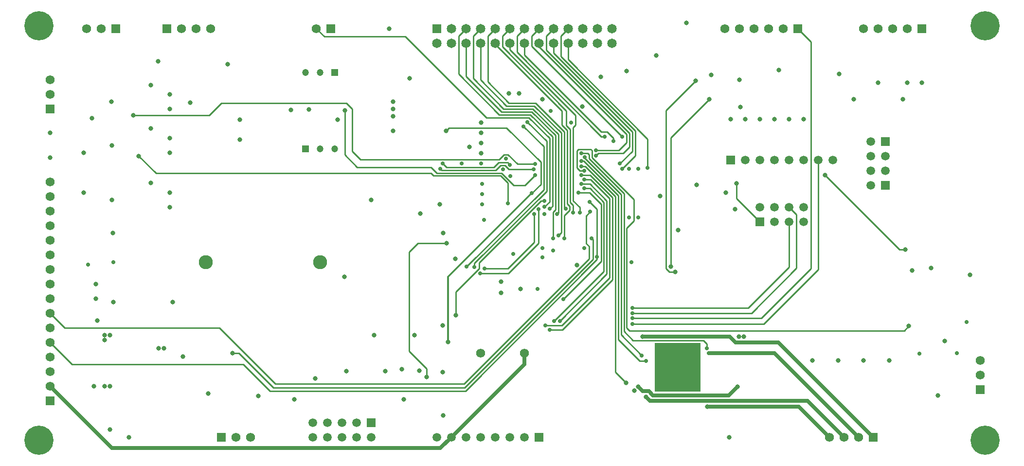
<source format=gbl>
G04 Layer_Physical_Order=4*
G04 Layer_Color=16711680*
%FSLAX25Y25*%
%MOIN*%
G70*
G01*
G75*
%ADD54C,0.01200*%
%ADD55C,0.01000*%
%ADD56C,0.02500*%
%ADD58C,0.04724*%
%ADD59R,0.04724X0.04724*%
%ADD60C,0.06496*%
%ADD61R,0.06496X0.06496*%
%ADD62C,0.09646*%
%ADD63R,0.05906X0.05906*%
%ADD64C,0.05906*%
%ADD65C,0.20000*%
%ADD66C,0.02800*%
%ADD67R,0.05906X0.05906*%
%ADD68R,0.06200X0.06200*%
%ADD69C,0.06200*%
%ADD70R,0.06200X0.06200*%
%ADD71C,0.03201*%
%ADD72C,0.03200*%
%ADD93R,0.31600X0.33200*%
G54D54*
X272740Y84792D02*
X330074Y142126D01*
X272740Y40140D02*
Y84792D01*
G54D55*
X284800Y6600D02*
X374900Y96700D01*
X284100Y8900D02*
X372000Y96800D01*
X283700Y11400D02*
X369600Y97300D01*
X150900Y6600D02*
X284800D01*
X132500Y25000D02*
X150900Y6600D01*
X153100Y8900D02*
X284100D01*
X154600Y11400D02*
X283700D01*
X585313Y47900D02*
X588457Y51043D01*
X258150Y16150D02*
Y21850D01*
X246200Y33800D02*
X258150Y21850D01*
X246200Y33800D02*
Y101800D01*
X252100Y107700D01*
X0Y60000D02*
X10000Y50000D01*
X371300Y166500D02*
X400000Y137800D01*
Y123100D02*
Y137800D01*
X395200Y118300D02*
X400000Y123100D01*
X395200Y49900D02*
Y118300D01*
X392000Y158900D02*
X401000Y167900D01*
X390500Y162500D02*
X399000Y171000D01*
X401000Y167900D02*
Y184900D01*
X399000Y171000D02*
Y184200D01*
X371300Y166500D02*
Y171400D01*
X369400Y165700D02*
X393300Y141800D01*
X369400Y165700D02*
Y168500D01*
X368400Y169500D02*
X369400Y168500D01*
X364000Y169500D02*
X368400D01*
X366500Y166100D02*
X391400Y141200D01*
X365800Y164100D02*
X389400Y140500D01*
X364000Y164100D02*
X365800D01*
X366800Y160500D02*
X387500Y139800D01*
X364000Y160500D02*
X366800D01*
X312900Y187000D02*
X336300Y163600D01*
X273500Y187000D02*
X312900D01*
X271500Y185000D02*
X273500Y187000D01*
X350000Y250000D02*
X355000Y255000D01*
X340000Y250000D02*
X345000Y255000D01*
X330000Y250000D02*
X335000Y255000D01*
Y242400D02*
Y245000D01*
Y242400D02*
X395000Y182400D01*
X330000Y243000D02*
Y250000D01*
Y243000D02*
X392000Y181000D01*
X320000Y250000D02*
X325000Y255000D01*
X300000Y218600D02*
X314600Y204000D01*
X300000Y218600D02*
Y250000D01*
X295000Y219900D02*
X312900Y202000D01*
X295000Y219900D02*
Y245000D01*
X290000Y220900D02*
X310900Y200000D01*
X290000Y220900D02*
Y250000D01*
X285000Y222300D02*
X309300Y198000D01*
X285000Y222300D02*
Y245000D01*
X280000Y223700D02*
X307700Y196000D01*
X280000Y223700D02*
Y250000D01*
X243600Y249500D02*
X299100Y194000D01*
X310000Y250000D02*
X315000Y255000D01*
X300000Y250000D02*
X305000Y255000D01*
X290000Y250000D02*
X295000Y255000D01*
X280000Y250000D02*
X285000Y255000D01*
X313700Y163100D02*
X315200Y161600D01*
X307500Y163100D02*
X313700D01*
X305500Y157900D02*
X308700Y161100D01*
X309300Y156000D02*
X317700Y147600D01*
X314300Y158500D02*
X331400D01*
X311700Y161100D02*
X314300Y158500D01*
X308700Y161100D02*
X311700D01*
X212700Y165100D02*
X307723D01*
X267300Y159000D02*
X268400Y157900D01*
X313700Y135300D02*
Y149196D01*
X268400Y157900D02*
X305500D01*
X317700Y147600D02*
X325400D01*
X207000Y170800D02*
X212700Y165100D01*
X374900Y96700D02*
Y98500D01*
X367400Y107800D02*
Y126600D01*
X370216Y129417D01*
X371100Y111300D02*
X372000Y110400D01*
X369820Y136221D02*
X374900Y131141D01*
Y98500D02*
Y131141D01*
X424400Y88200D02*
X428300D01*
X422100Y90500D02*
X424400Y88200D01*
X422100Y90500D02*
Y198900D01*
X442500Y219300D01*
X370400Y151500D02*
X383500Y138400D01*
X392700Y169400D02*
X397000Y173700D01*
X375700Y169400D02*
X392700D01*
X374000Y167700D02*
X375700Y169400D01*
X362000Y142500D02*
X369800D01*
X395000Y176800D02*
Y182400D01*
X377700Y184100D02*
X381900D01*
X386000Y178000D02*
Y180000D01*
X381900Y184100D02*
X386000Y180000D01*
X320400Y162100D02*
X332600D01*
X325400Y147600D02*
X332400Y154600D01*
X202000Y168500D02*
X210500Y160000D01*
X311223Y168600D02*
X313900D01*
X307723Y165100D02*
X311223Y168600D01*
X313900D02*
X320400Y162100D01*
X72784Y155700D02*
X261100D01*
X374000Y171500D02*
X389700D01*
X395000Y176800D01*
X366500Y166100D02*
Y166800D01*
X370400Y172300D02*
X371300Y171400D01*
X362000Y172300D02*
X370400D01*
X361000Y171300D02*
X362000Y172300D01*
X361000Y159500D02*
Y171300D01*
Y159500D02*
X363000Y157500D01*
X366000D01*
X364000Y154500D02*
X370100D01*
X366000Y151500D02*
X370400D01*
X366000Y145500D02*
X370100D01*
X364000Y148500D02*
X370000D01*
X182500Y255000D02*
X188000Y249500D01*
X243600D01*
X278000Y58600D02*
Y74600D01*
X404200Y27100D02*
X408500D01*
X369600Y97300D02*
Y105600D01*
X367400Y107800D02*
X369600Y105600D01*
X370100Y154500D02*
X385500Y139100D01*
X389400Y41900D02*
Y140500D01*
X387500Y19600D02*
Y139800D01*
X389400Y41900D02*
X404200Y27100D01*
X387500Y19600D02*
X394800Y12300D01*
X506500Y132500D02*
X511500Y127500D01*
X372000Y96800D02*
Y110400D01*
X351200Y48500D02*
X385500Y82800D01*
Y139100D01*
X349400Y54600D02*
X381600Y86800D01*
Y136900D01*
X370000Y148500D02*
X381600Y136900D01*
X351800Y69500D02*
X377700Y95400D01*
Y134600D01*
X369800Y142500D02*
X377700Y134600D01*
X345600Y54600D02*
X379600Y88600D01*
Y136000D01*
X370100Y145500D02*
X379600Y136000D01*
X342500Y48500D02*
X351200D01*
X425400Y91900D02*
Y180100D01*
X451800Y206500D01*
X506500Y91600D02*
Y122500D01*
X526500Y89900D02*
Y165000D01*
X531100Y154500D02*
X582100Y103500D01*
X586100D01*
X511500Y90700D02*
Y127500D01*
X391400Y45100D02*
X405500Y31000D01*
X391400Y45100D02*
Y141200D01*
X393300Y47400D02*
Y141800D01*
X395200Y49900D02*
X397200Y47900D01*
X521500Y90600D02*
Y246000D01*
X512500Y255000D02*
X521500Y246000D01*
X478500Y63600D02*
X506500Y91600D01*
X480800Y60000D02*
X511500Y90700D01*
X487300Y56400D02*
X521500Y90600D01*
X489200Y52600D02*
X526500Y89900D01*
X252100Y107700D02*
X271800D01*
X470500Y138500D02*
X486500Y122500D01*
X470500Y138500D02*
Y148700D01*
X399000Y63600D02*
X478500D01*
X399000Y60000D02*
X480800D01*
X399000Y56400D02*
X487300D01*
X399000Y52600D02*
X489200D01*
X397200Y47900D02*
X585313D01*
X393300Y47400D02*
X399600Y41100D01*
X447900D01*
X450000Y39000D01*
Y36000D02*
Y39000D01*
X294700Y87100D02*
X314000D01*
X297900Y90600D02*
X313800D01*
X285600Y91800D02*
X338300Y144500D01*
Y174200D01*
X324500Y188000D02*
X338300Y174200D01*
X340300Y143600D02*
Y177700D01*
X327000Y191000D02*
X340300Y177700D01*
X330074Y142126D02*
X336300Y148352D01*
Y163600D01*
X290800Y91500D02*
Y94100D01*
X340300Y143600D01*
X278000Y74600D02*
X294000Y90600D01*
Y94400D01*
X344626Y111174D02*
Y129226D01*
X346300Y130900D01*
X299100Y194000D02*
X328200D01*
X342300Y179900D01*
X307700Y196000D02*
X329200D01*
X344300Y180900D01*
Y133100D02*
Y180900D01*
X309300Y198000D02*
X330000D01*
X346300Y181700D01*
Y130900D02*
Y181700D01*
X310900Y200000D02*
X330900D01*
X312900Y202000D02*
X331800D01*
X314600Y204000D02*
X332700D01*
X330900Y200000D02*
X348400Y182500D01*
X348300Y128600D02*
Y182500D01*
X348563Y113337D02*
X350400Y115174D01*
Y183400D01*
X331800Y202000D02*
X350400Y183400D01*
X352400Y132400D02*
Y184300D01*
X332700Y204000D02*
X352400Y184300D01*
X350800Y188800D02*
X354400Y185200D01*
X353900Y188500D02*
X356400Y186000D01*
X358400Y187300D02*
X360000Y188900D01*
X354400Y134900D02*
Y185200D01*
X356400Y135900D02*
Y186000D01*
Y135900D02*
X358500Y133800D01*
Y129000D02*
Y133800D01*
X358400Y137000D02*
Y187300D01*
Y137000D02*
X363000Y132400D01*
Y129000D02*
Y132400D01*
X347500Y127800D02*
X348300Y128600D01*
X352400Y132400D02*
X353300Y131500D01*
X338800Y132700D02*
X342300Y136200D01*
Y179900D01*
X352500Y111200D02*
Y126800D01*
X356100Y130400D01*
Y133200D01*
X354400Y134900D02*
X356100Y133200D01*
X210500Y160000D02*
X261200D01*
X265200Y156000D01*
X309300D01*
X269100Y162400D02*
X271700Y159800D01*
X304200D01*
X307500Y163100D01*
X261100Y155700D02*
X262700Y154100D01*
X308796D01*
X313700Y149196D01*
X340000Y240300D02*
Y250000D01*
Y240300D02*
X397000Y183300D01*
Y173700D02*
Y183300D01*
X345000Y238200D02*
Y245000D01*
Y238200D02*
X399000Y184200D01*
X350000Y235900D02*
Y250000D01*
Y235900D02*
X401000Y184900D01*
X355000Y233800D02*
Y245000D01*
Y233800D02*
X409500Y179300D01*
Y159500D02*
Y179300D01*
X325000Y236800D02*
Y245000D01*
Y236800D02*
X377700Y184100D01*
X320000Y238700D02*
Y250000D01*
Y238700D02*
X377700Y181000D01*
X380000D01*
X315000Y240600D02*
Y245000D01*
Y240600D02*
X360000Y195600D01*
Y188900D02*
Y195600D01*
X310000Y242500D02*
Y250000D01*
Y242500D02*
X353900Y198600D01*
Y188500D02*
Y198600D01*
X350800Y188800D02*
Y198400D01*
X305000Y244200D02*
Y245000D01*
Y244200D02*
X350800Y198400D01*
X339500Y51500D02*
X350900D01*
X383500Y84100D01*
Y138400D01*
X313800Y90600D02*
X331800Y108600D01*
Y127700D01*
X314000Y87100D02*
X334700Y107800D01*
Y131100D01*
X342600Y131400D02*
X344300Y133100D01*
X294000Y94400D02*
X336600Y137000D01*
X338800D01*
X60884Y167600D02*
X72784Y155700D01*
X108976Y195476D02*
X117500Y204000D01*
X57224Y195476D02*
X108976D01*
X10000Y50000D02*
X116000D01*
X154600Y11400D01*
X129500Y32500D02*
X153100Y8900D01*
X15000Y25000D02*
X132500D01*
X0Y40000D02*
X15000Y25000D01*
X125000Y32500D02*
X129500D01*
X117500Y204000D02*
X203000D01*
X207000Y200000D01*
Y170800D02*
Y200000D01*
X202000Y168500D02*
Y199000D01*
G54D56*
X325000Y25000D02*
Y32500D01*
X275000Y-25000D02*
X325000Y25000D01*
X267500Y-32500D02*
X275000Y-25000D01*
X42500Y-32500D02*
X267500D01*
X0Y10000D02*
X42500Y-32500D01*
X451500Y32500D02*
X496500D01*
X499150Y39850D02*
X564000Y-25000D01*
X496500Y32500D02*
X554000Y-25000D01*
X406000Y44000D02*
X465700D01*
X469850Y39850D01*
X499150D01*
X408500Y2500D02*
X411200Y-200D01*
X519200D01*
X544000Y-25000D01*
X465100Y3600D02*
X471000Y9500D01*
X413200Y3600D02*
X465100D01*
X513000Y-4000D02*
X534000Y-25000D01*
X450500Y-4000D02*
X513000D01*
X403000Y9500D02*
X406100Y6400D01*
X410400D01*
X413200Y3600D01*
G54D58*
X175000Y225000D02*
D03*
X185000D02*
D03*
X195000Y172500D02*
D03*
X185000D02*
D03*
G54D59*
X195000Y225000D02*
D03*
X175000Y172500D02*
D03*
G54D60*
X385000Y255000D02*
D03*
Y245000D02*
D03*
X375000Y255000D02*
D03*
Y245000D02*
D03*
X365000Y255000D02*
D03*
Y245000D02*
D03*
X355000Y255000D02*
D03*
Y245000D02*
D03*
X345000Y255000D02*
D03*
Y245000D02*
D03*
X335000Y255000D02*
D03*
Y245000D02*
D03*
X325000Y255000D02*
D03*
Y245000D02*
D03*
X315000Y255000D02*
D03*
Y245000D02*
D03*
X305000Y255000D02*
D03*
Y245000D02*
D03*
X295000Y255000D02*
D03*
Y245000D02*
D03*
X285000Y255000D02*
D03*
Y245000D02*
D03*
X275000Y255000D02*
D03*
Y245000D02*
D03*
X265000D02*
D03*
G54D61*
Y255000D02*
D03*
G54D62*
X106653Y95000D02*
D03*
X185000D02*
D03*
G54D63*
X572500Y147500D02*
D03*
Y177500D02*
D03*
G54D64*
Y157500D02*
D03*
Y167500D02*
D03*
X562500Y147500D02*
D03*
Y157500D02*
D03*
Y167500D02*
D03*
Y177500D02*
D03*
X486500Y132500D02*
D03*
X496500Y122500D02*
D03*
Y132500D02*
D03*
X506500Y122500D02*
D03*
Y132500D02*
D03*
X516500Y122500D02*
D03*
Y132500D02*
D03*
X210000Y-15000D02*
D03*
X200000D02*
D03*
X190000D02*
D03*
X180000D02*
D03*
X220000Y-25000D02*
D03*
X210000D02*
D03*
X200000D02*
D03*
X190000D02*
D03*
X180000D02*
D03*
X265000D02*
D03*
X275000D02*
D03*
X285000D02*
D03*
X295000D02*
D03*
X305000D02*
D03*
X315000D02*
D03*
X325000D02*
D03*
X476500Y165000D02*
D03*
X486500D02*
D03*
X496500D02*
D03*
X506500D02*
D03*
X516500D02*
D03*
X526500D02*
D03*
X536500D02*
D03*
G54D65*
X-7500Y257000D02*
D03*
Y-27200D02*
D03*
X640700D02*
D03*
Y257000D02*
D03*
G54D66*
X-2000Y251500D02*
D03*
X-13000D02*
D03*
X-2000Y262500D02*
D03*
X-13000D02*
D03*
X-15500Y257000D02*
D03*
X-7500Y249000D02*
D03*
X500Y257000D02*
D03*
X-7500Y265000D02*
D03*
Y-19200D02*
D03*
X500Y-27200D02*
D03*
X-7500Y-35200D02*
D03*
X-15500Y-27200D02*
D03*
X-13000Y-21700D02*
D03*
X-2000D02*
D03*
X-13000Y-32700D02*
D03*
X-2000D02*
D03*
X640700Y-19200D02*
D03*
X648700Y-27200D02*
D03*
X640700Y-35200D02*
D03*
X632700Y-27200D02*
D03*
X635200Y-21700D02*
D03*
X646200D02*
D03*
X635200Y-32700D02*
D03*
X646200D02*
D03*
X640700Y265000D02*
D03*
X648700Y257000D02*
D03*
X640700Y249000D02*
D03*
X632700Y257000D02*
D03*
X635200Y262500D02*
D03*
X646200D02*
D03*
X635200Y251500D02*
D03*
X646200D02*
D03*
X26193Y93307D02*
D03*
X595847Y32346D02*
D03*
X621457Y32543D02*
D03*
X403150Y125550D02*
D03*
X396850Y125550D02*
D03*
X403150Y158950D02*
D03*
X396850Y158950D02*
D03*
X374000Y167700D02*
D03*
X366500Y166800D02*
D03*
X366000Y157500D02*
D03*
X310600Y158400D02*
D03*
X315200Y161600D02*
D03*
X282100Y162500D02*
D03*
X269100Y162400D02*
D03*
X267300Y159000D02*
D03*
X370216Y129417D02*
D03*
X371100Y111300D02*
D03*
X369820Y136221D02*
D03*
X331800Y127700D02*
D03*
X338800Y137000D02*
D03*
X363000Y129000D02*
D03*
X334700Y131100D02*
D03*
X331400Y158500D02*
D03*
X450000Y36000D02*
D03*
X451500Y32500D02*
D03*
X357000Y190500D02*
D03*
X392000Y181000D02*
D03*
X390500Y162500D02*
D03*
X392000Y158900D02*
D03*
X409500Y159500D02*
D03*
X380000Y181000D02*
D03*
X386000Y178000D02*
D03*
X343000Y198500D02*
D03*
X332600Y162100D02*
D03*
X352500Y111200D02*
D03*
X348563Y113337D02*
D03*
X344626Y111174D02*
D03*
X317500Y100500D02*
D03*
X296000Y148500D02*
D03*
Y141500D02*
D03*
Y134500D02*
D03*
X297500Y124000D02*
D03*
X334000Y76500D02*
D03*
X366150Y104650D02*
D03*
X337500Y98350D02*
D03*
X295500Y162500D02*
D03*
X315563Y153937D02*
D03*
X312500Y166000D02*
D03*
X313700Y135300D02*
D03*
X332400Y154600D02*
D03*
X337350Y104650D02*
D03*
X344701Y102799D02*
D03*
X342600Y131400D02*
D03*
X374000Y171500D02*
D03*
X364000Y164100D02*
D03*
Y169500D02*
D03*
Y160500D02*
D03*
X347500Y127800D02*
D03*
X358500Y129000D02*
D03*
X327000Y191000D02*
D03*
X324500Y188000D02*
D03*
X338720Y127720D02*
D03*
X364000Y148500D02*
D03*
X366000Y145500D02*
D03*
Y151500D02*
D03*
X364000Y154500D02*
D03*
X351800Y69500D02*
D03*
X338800Y132700D02*
D03*
X362000Y142500D02*
D03*
X285600Y91800D02*
D03*
X294700Y87100D02*
D03*
X290800Y91500D02*
D03*
X297900Y90600D02*
D03*
X405500Y31000D02*
D03*
X408500Y27100D02*
D03*
X398500Y95000D02*
D03*
X399000Y63600D02*
D03*
X374900Y98500D02*
D03*
X342500Y48500D02*
D03*
X349400Y54600D02*
D03*
X339500Y51500D02*
D03*
X345600Y54600D02*
D03*
X399000Y60000D02*
D03*
Y56400D02*
D03*
Y52600D02*
D03*
X330074Y142126D02*
D03*
X353300Y131500D02*
D03*
X628260Y53740D02*
D03*
X43500Y95000D02*
D03*
G54D67*
X486500Y122500D02*
D03*
X220000Y-15000D02*
D03*
X335000Y-25000D02*
D03*
X466500Y165000D02*
D03*
G54D68*
X0Y200000D02*
D03*
Y0D02*
D03*
X637500Y7500D02*
D03*
G54D69*
X0Y210000D02*
D03*
Y220000D02*
D03*
X35000Y255000D02*
D03*
X25000D02*
D03*
X0Y50000D02*
D03*
Y20000D02*
D03*
Y10000D02*
D03*
Y30000D02*
D03*
Y40000D02*
D03*
Y90000D02*
D03*
Y80000D02*
D03*
Y60000D02*
D03*
Y70000D02*
D03*
Y100000D02*
D03*
Y140000D02*
D03*
Y130000D02*
D03*
Y110000D02*
D03*
Y120000D02*
D03*
Y150000D02*
D03*
X127500Y-25000D02*
D03*
X137500D02*
D03*
X110000Y255000D02*
D03*
X100000D02*
D03*
X90000D02*
D03*
X534000Y-25000D02*
D03*
X544000D02*
D03*
X554000D02*
D03*
X182500Y255000D02*
D03*
X325000Y32500D02*
D03*
X295000D02*
D03*
X637500Y17500D02*
D03*
Y27500D02*
D03*
X577500Y255000D02*
D03*
X587500D02*
D03*
X567500D02*
D03*
X557500D02*
D03*
X462500D02*
D03*
X492500D02*
D03*
X502500D02*
D03*
X482500D02*
D03*
X472500D02*
D03*
G54D70*
X45000D02*
D03*
X117500Y-25000D02*
D03*
X80000Y255000D02*
D03*
X564000Y-25000D02*
D03*
X192500Y255000D02*
D03*
X597500D02*
D03*
X512500D02*
D03*
G54D71*
X432756Y25118D02*
D03*
Y20000D02*
D03*
X427244Y14882D02*
D03*
Y20000D02*
D03*
X432756Y14882D02*
D03*
G54D72*
X427244Y25118D02*
D03*
X37500Y10000D02*
D03*
X41000D02*
D03*
Y45000D02*
D03*
X37500D02*
D03*
Y41500D02*
D03*
X78000Y36000D02*
D03*
X74500D02*
D03*
X400500Y7000D02*
D03*
X403000Y9500D02*
D03*
X475500Y44000D02*
D03*
X472000D02*
D03*
X121850Y230650D02*
D03*
X96150Y204350D02*
D03*
X32500Y55000D02*
D03*
X30000Y10000D02*
D03*
X41201Y-19701D02*
D03*
X54000Y-25000D02*
D03*
X465500D02*
D03*
X588457Y51043D02*
D03*
X167500Y1000D02*
D03*
X258150Y16150D02*
D03*
X242500Y1000D02*
D03*
X108500Y5000D02*
D03*
X246500Y221000D02*
D03*
X235000Y205000D02*
D03*
X443000Y148000D02*
D03*
X436240Y258740D02*
D03*
X415500Y236500D02*
D03*
X395000Y226000D02*
D03*
X377500Y222000D02*
D03*
X442500Y219300D02*
D03*
X428300Y88200D02*
D03*
X451800Y206500D02*
D03*
X425400Y91900D02*
D03*
X361000Y93000D02*
D03*
X278000Y58600D02*
D03*
X272740Y40140D02*
D03*
X235000Y185000D02*
D03*
Y200000D02*
D03*
X430551Y116949D02*
D03*
X364850Y201650D02*
D03*
X337500Y206500D02*
D03*
X630500Y86200D02*
D03*
X469299Y131201D02*
D03*
X453248Y223252D02*
D03*
X472500Y220000D02*
D03*
X499543Y226457D02*
D03*
X473248Y201252D02*
D03*
X550654Y206653D02*
D03*
X584346D02*
D03*
X597500Y218000D02*
D03*
X587500Y218000D02*
D03*
X567500Y218000D02*
D03*
X540957Y223957D02*
D03*
X516500Y193000D02*
D03*
X506500D02*
D03*
X496500D02*
D03*
X486500D02*
D03*
X476500D02*
D03*
X466500D02*
D03*
X608457Y3457D02*
D03*
X590846Y89153D02*
D03*
X603642Y90858D02*
D03*
X322500Y76500D02*
D03*
X309154Y81653D02*
D03*
X309260Y73740D02*
D03*
X269043Y51457D02*
D03*
X287500Y174000D02*
D03*
X295500Y169500D02*
D03*
Y176500D02*
D03*
Y183500D02*
D03*
Y190500D02*
D03*
X321500Y210500D02*
D03*
X314500D02*
D03*
X277748Y97252D02*
D03*
X269500Y115000D02*
D03*
X253740Y128240D02*
D03*
X267106Y134606D02*
D03*
X220087Y137500D02*
D03*
X201791Y85000D02*
D03*
X232500Y255000D02*
D03*
X23000Y142500D02*
D03*
Y170000D02*
D03*
X69153Y149153D02*
D03*
Y186653D02*
D03*
X82000Y132500D02*
D03*
Y142500D02*
D03*
Y170000D02*
D03*
Y180000D02*
D03*
Y200000D02*
D03*
X0Y166500D02*
D03*
Y183500D02*
D03*
X91154Y30154D02*
D03*
X31500Y80000D02*
D03*
X203260Y20240D02*
D03*
X142650Y3150D02*
D03*
X229740Y20260D02*
D03*
X241000Y21500D02*
D03*
X253000Y20500D02*
D03*
X269000Y19500D02*
D03*
X42000Y205000D02*
D03*
X28957Y193457D02*
D03*
X82000Y210000D02*
D03*
X181850Y15350D02*
D03*
X269500Y-10000D02*
D03*
X222260Y44760D02*
D03*
X249740Y44740D02*
D03*
X394800Y12300D02*
D03*
X408500Y2500D02*
D03*
X471000Y9500D02*
D03*
X450500Y-4000D02*
D03*
X522500Y27500D02*
D03*
X540000D02*
D03*
X557500D02*
D03*
X575000D02*
D03*
X42500Y175000D02*
D03*
X69153Y216154D02*
D03*
X57224Y195476D02*
D03*
X60884Y167600D02*
D03*
X235000Y195000D02*
D03*
X271500Y185000D02*
D03*
X418051Y140051D02*
D03*
X586100Y103500D02*
D03*
X463051Y142551D02*
D03*
X531100Y154500D02*
D03*
X271800Y107700D02*
D03*
X470500Y148700D02*
D03*
X406000Y44000D02*
D03*
X613268Y40768D02*
D03*
X31500Y70000D02*
D03*
X42500Y137500D02*
D03*
X125000Y32500D02*
D03*
X84000Y67500D02*
D03*
X43500D02*
D03*
X74000Y232500D02*
D03*
X43000Y115000D02*
D03*
X130000Y192500D02*
D03*
X130043Y178957D02*
D03*
X165154Y199153D02*
D03*
X177347Y199500D02*
D03*
X197000Y192500D02*
D03*
X202000Y199000D02*
D03*
G54D93*
X430000Y22900D02*
D03*
M02*

</source>
